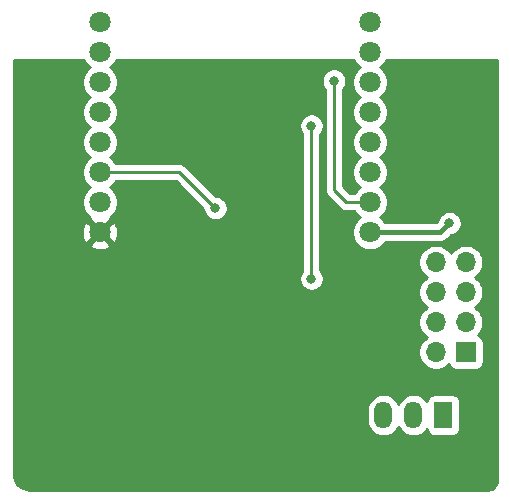
<source format=gbl>
G04 #@! TF.GenerationSoftware,KiCad,Pcbnew,(5.1.5-0-10_14)*
G04 #@! TF.CreationDate,2020-04-22T00:34:19+02:00*
G04 #@! TF.ProjectId,ithowifi,6974686f-7769-4666-992e-6b696361645f,rev?*
G04 #@! TF.SameCoordinates,Original*
G04 #@! TF.FileFunction,Copper,L2,Bot*
G04 #@! TF.FilePolarity,Positive*
%FSLAX46Y46*%
G04 Gerber Fmt 4.6, Leading zero omitted, Abs format (unit mm)*
G04 Created by KiCad (PCBNEW (5.1.5-0-10_14)) date 2020-04-22 00:34:19*
%MOMM*%
%LPD*%
G04 APERTURE LIST*
%ADD10O,1.500000X2.300000*%
%ADD11R,1.500000X2.300000*%
%ADD12C,1.800000*%
%ADD13R,1.700000X1.700000*%
%ADD14O,1.700000X1.700000*%
%ADD15C,0.800000*%
%ADD16C,0.254000*%
%ADD17C,0.406400*%
G04 APERTURE END LIST*
D10*
X115062000Y-143129000D03*
X117602000Y-143129000D03*
D11*
X120142000Y-143129000D03*
D12*
X91059000Y-109855000D03*
X91059000Y-112395000D03*
X91059000Y-114935000D03*
X91059000Y-117475000D03*
X91059000Y-120015000D03*
X91059000Y-122555000D03*
X91059000Y-125095000D03*
X91059000Y-127635000D03*
X113919000Y-127635000D03*
X113919000Y-125095000D03*
X113919000Y-122555000D03*
X113919000Y-120015000D03*
X113919000Y-117475000D03*
X113919000Y-114935000D03*
X113919000Y-112395000D03*
X113919000Y-109855000D03*
D13*
X122047000Y-137795000D03*
D14*
X119507000Y-137795000D03*
X122047000Y-135255000D03*
X119507000Y-135255000D03*
X122047000Y-132715000D03*
X119507000Y-132715000D03*
X122047000Y-130175000D03*
X119507000Y-130175000D03*
D15*
X110871000Y-114808000D03*
X120650000Y-126873000D03*
X123190000Y-118364000D03*
X118872000Y-118364000D03*
X98996500Y-131064000D03*
X99822000Y-114808000D03*
X100139500Y-146558000D03*
X100838000Y-125603000D03*
X108966000Y-131572000D03*
X108966000Y-118618000D03*
D16*
X110871000Y-124079000D02*
X110871000Y-114808000D01*
X111887000Y-125095000D02*
X110871000Y-124079000D01*
X113919000Y-125095000D02*
X111887000Y-125095000D01*
D17*
X119888000Y-127635000D02*
X120650000Y-126873000D01*
X113919000Y-127635000D02*
X119888000Y-127635000D01*
D16*
X97790000Y-122555000D02*
X100838000Y-125603000D01*
X91059000Y-122555000D02*
X97790000Y-122555000D01*
X108966000Y-131572000D02*
X108966000Y-118618000D01*
G36*
X89698701Y-113122095D02*
G01*
X89866688Y-113373505D01*
X90080495Y-113587312D01*
X90196763Y-113665000D01*
X90080495Y-113742688D01*
X89866688Y-113956495D01*
X89698701Y-114207905D01*
X89582989Y-114487257D01*
X89524000Y-114783816D01*
X89524000Y-115086184D01*
X89582989Y-115382743D01*
X89698701Y-115662095D01*
X89866688Y-115913505D01*
X90080495Y-116127312D01*
X90196763Y-116205000D01*
X90080495Y-116282688D01*
X89866688Y-116496495D01*
X89698701Y-116747905D01*
X89582989Y-117027257D01*
X89524000Y-117323816D01*
X89524000Y-117626184D01*
X89582989Y-117922743D01*
X89698701Y-118202095D01*
X89866688Y-118453505D01*
X90080495Y-118667312D01*
X90196763Y-118745000D01*
X90080495Y-118822688D01*
X89866688Y-119036495D01*
X89698701Y-119287905D01*
X89582989Y-119567257D01*
X89524000Y-119863816D01*
X89524000Y-120166184D01*
X89582989Y-120462743D01*
X89698701Y-120742095D01*
X89866688Y-120993505D01*
X90080495Y-121207312D01*
X90196763Y-121285000D01*
X90080495Y-121362688D01*
X89866688Y-121576495D01*
X89698701Y-121827905D01*
X89582989Y-122107257D01*
X89524000Y-122403816D01*
X89524000Y-122706184D01*
X89582989Y-123002743D01*
X89698701Y-123282095D01*
X89866688Y-123533505D01*
X90080495Y-123747312D01*
X90196763Y-123825000D01*
X90080495Y-123902688D01*
X89866688Y-124116495D01*
X89698701Y-124367905D01*
X89582989Y-124647257D01*
X89524000Y-124943816D01*
X89524000Y-125246184D01*
X89582989Y-125542743D01*
X89698701Y-125822095D01*
X89866688Y-126073505D01*
X90080495Y-126287312D01*
X90234105Y-126389951D01*
X90174525Y-126570920D01*
X91059000Y-127455395D01*
X91943475Y-126570920D01*
X91883895Y-126389951D01*
X92037505Y-126287312D01*
X92251312Y-126073505D01*
X92419299Y-125822095D01*
X92535011Y-125542743D01*
X92594000Y-125246184D01*
X92594000Y-124943816D01*
X92535011Y-124647257D01*
X92419299Y-124367905D01*
X92251312Y-124116495D01*
X92037505Y-123902688D01*
X91921237Y-123825000D01*
X92037505Y-123747312D01*
X92251312Y-123533505D01*
X92395976Y-123317000D01*
X97474370Y-123317000D01*
X99803000Y-125645631D01*
X99803000Y-125704939D01*
X99842774Y-125904898D01*
X99920795Y-126093256D01*
X100034063Y-126262774D01*
X100178226Y-126406937D01*
X100347744Y-126520205D01*
X100536102Y-126598226D01*
X100736061Y-126638000D01*
X100939939Y-126638000D01*
X101139898Y-126598226D01*
X101328256Y-126520205D01*
X101497774Y-126406937D01*
X101641937Y-126262774D01*
X101755205Y-126093256D01*
X101833226Y-125904898D01*
X101873000Y-125704939D01*
X101873000Y-125501061D01*
X101833226Y-125301102D01*
X101755205Y-125112744D01*
X101641937Y-124943226D01*
X101497774Y-124799063D01*
X101328256Y-124685795D01*
X101139898Y-124607774D01*
X100939939Y-124568000D01*
X100880631Y-124568000D01*
X98355284Y-122042654D01*
X98331422Y-122013578D01*
X98215392Y-121918355D01*
X98083015Y-121847598D01*
X97939378Y-121804026D01*
X97827426Y-121793000D01*
X97827423Y-121793000D01*
X97790000Y-121789314D01*
X97752577Y-121793000D01*
X92395976Y-121793000D01*
X92251312Y-121576495D01*
X92037505Y-121362688D01*
X91921237Y-121285000D01*
X92037505Y-121207312D01*
X92251312Y-120993505D01*
X92419299Y-120742095D01*
X92535011Y-120462743D01*
X92594000Y-120166184D01*
X92594000Y-119863816D01*
X92535011Y-119567257D01*
X92419299Y-119287905D01*
X92251312Y-119036495D01*
X92037505Y-118822688D01*
X91921237Y-118745000D01*
X92037505Y-118667312D01*
X92188756Y-118516061D01*
X107931000Y-118516061D01*
X107931000Y-118719939D01*
X107970774Y-118919898D01*
X108048795Y-119108256D01*
X108162063Y-119277774D01*
X108204001Y-119319712D01*
X108204000Y-130870289D01*
X108162063Y-130912226D01*
X108048795Y-131081744D01*
X107970774Y-131270102D01*
X107931000Y-131470061D01*
X107931000Y-131673939D01*
X107970774Y-131873898D01*
X108048795Y-132062256D01*
X108162063Y-132231774D01*
X108306226Y-132375937D01*
X108475744Y-132489205D01*
X108664102Y-132567226D01*
X108864061Y-132607000D01*
X109067939Y-132607000D01*
X109267898Y-132567226D01*
X109456256Y-132489205D01*
X109625774Y-132375937D01*
X109769937Y-132231774D01*
X109883205Y-132062256D01*
X109961226Y-131873898D01*
X110001000Y-131673939D01*
X110001000Y-131470061D01*
X109961226Y-131270102D01*
X109883205Y-131081744D01*
X109769937Y-130912226D01*
X109728000Y-130870289D01*
X109728000Y-130028740D01*
X118022000Y-130028740D01*
X118022000Y-130321260D01*
X118079068Y-130608158D01*
X118191010Y-130878411D01*
X118353525Y-131121632D01*
X118560368Y-131328475D01*
X118734760Y-131445000D01*
X118560368Y-131561525D01*
X118353525Y-131768368D01*
X118191010Y-132011589D01*
X118079068Y-132281842D01*
X118022000Y-132568740D01*
X118022000Y-132861260D01*
X118079068Y-133148158D01*
X118191010Y-133418411D01*
X118353525Y-133661632D01*
X118560368Y-133868475D01*
X118734760Y-133985000D01*
X118560368Y-134101525D01*
X118353525Y-134308368D01*
X118191010Y-134551589D01*
X118079068Y-134821842D01*
X118022000Y-135108740D01*
X118022000Y-135401260D01*
X118079068Y-135688158D01*
X118191010Y-135958411D01*
X118353525Y-136201632D01*
X118560368Y-136408475D01*
X118734760Y-136525000D01*
X118560368Y-136641525D01*
X118353525Y-136848368D01*
X118191010Y-137091589D01*
X118079068Y-137361842D01*
X118022000Y-137648740D01*
X118022000Y-137941260D01*
X118079068Y-138228158D01*
X118191010Y-138498411D01*
X118353525Y-138741632D01*
X118560368Y-138948475D01*
X118803589Y-139110990D01*
X119073842Y-139222932D01*
X119360740Y-139280000D01*
X119653260Y-139280000D01*
X119940158Y-139222932D01*
X120210411Y-139110990D01*
X120453632Y-138948475D01*
X120585487Y-138816620D01*
X120607498Y-138889180D01*
X120666463Y-138999494D01*
X120745815Y-139096185D01*
X120842506Y-139175537D01*
X120952820Y-139234502D01*
X121072518Y-139270812D01*
X121197000Y-139283072D01*
X122897000Y-139283072D01*
X123021482Y-139270812D01*
X123141180Y-139234502D01*
X123251494Y-139175537D01*
X123348185Y-139096185D01*
X123427537Y-138999494D01*
X123486502Y-138889180D01*
X123522812Y-138769482D01*
X123535072Y-138645000D01*
X123535072Y-136945000D01*
X123522812Y-136820518D01*
X123486502Y-136700820D01*
X123427537Y-136590506D01*
X123348185Y-136493815D01*
X123251494Y-136414463D01*
X123141180Y-136355498D01*
X123068620Y-136333487D01*
X123200475Y-136201632D01*
X123362990Y-135958411D01*
X123474932Y-135688158D01*
X123532000Y-135401260D01*
X123532000Y-135108740D01*
X123474932Y-134821842D01*
X123362990Y-134551589D01*
X123200475Y-134308368D01*
X122993632Y-134101525D01*
X122819240Y-133985000D01*
X122993632Y-133868475D01*
X123200475Y-133661632D01*
X123362990Y-133418411D01*
X123474932Y-133148158D01*
X123532000Y-132861260D01*
X123532000Y-132568740D01*
X123474932Y-132281842D01*
X123362990Y-132011589D01*
X123200475Y-131768368D01*
X122993632Y-131561525D01*
X122819240Y-131445000D01*
X122993632Y-131328475D01*
X123200475Y-131121632D01*
X123362990Y-130878411D01*
X123474932Y-130608158D01*
X123532000Y-130321260D01*
X123532000Y-130028740D01*
X123474932Y-129741842D01*
X123362990Y-129471589D01*
X123200475Y-129228368D01*
X122993632Y-129021525D01*
X122750411Y-128859010D01*
X122480158Y-128747068D01*
X122193260Y-128690000D01*
X121900740Y-128690000D01*
X121613842Y-128747068D01*
X121343589Y-128859010D01*
X121100368Y-129021525D01*
X120893525Y-129228368D01*
X120777000Y-129402760D01*
X120660475Y-129228368D01*
X120453632Y-129021525D01*
X120210411Y-128859010D01*
X119940158Y-128747068D01*
X119653260Y-128690000D01*
X119360740Y-128690000D01*
X119073842Y-128747068D01*
X118803589Y-128859010D01*
X118560368Y-129021525D01*
X118353525Y-129228368D01*
X118191010Y-129471589D01*
X118079068Y-129741842D01*
X118022000Y-130028740D01*
X109728000Y-130028740D01*
X109728000Y-119319711D01*
X109769937Y-119277774D01*
X109883205Y-119108256D01*
X109961226Y-118919898D01*
X110001000Y-118719939D01*
X110001000Y-118516061D01*
X109961226Y-118316102D01*
X109883205Y-118127744D01*
X109769937Y-117958226D01*
X109625774Y-117814063D01*
X109456256Y-117700795D01*
X109267898Y-117622774D01*
X109067939Y-117583000D01*
X108864061Y-117583000D01*
X108664102Y-117622774D01*
X108475744Y-117700795D01*
X108306226Y-117814063D01*
X108162063Y-117958226D01*
X108048795Y-118127744D01*
X107970774Y-118316102D01*
X107931000Y-118516061D01*
X92188756Y-118516061D01*
X92251312Y-118453505D01*
X92419299Y-118202095D01*
X92535011Y-117922743D01*
X92594000Y-117626184D01*
X92594000Y-117323816D01*
X92535011Y-117027257D01*
X92419299Y-116747905D01*
X92251312Y-116496495D01*
X92037505Y-116282688D01*
X91921237Y-116205000D01*
X92037505Y-116127312D01*
X92251312Y-115913505D01*
X92419299Y-115662095D01*
X92535011Y-115382743D01*
X92594000Y-115086184D01*
X92594000Y-114783816D01*
X92535011Y-114487257D01*
X92419299Y-114207905D01*
X92251312Y-113956495D01*
X92037505Y-113742688D01*
X91921237Y-113665000D01*
X92037505Y-113587312D01*
X92251312Y-113373505D01*
X92419299Y-113122095D01*
X92457446Y-113030000D01*
X112520554Y-113030000D01*
X112558701Y-113122095D01*
X112726688Y-113373505D01*
X112940495Y-113587312D01*
X113056763Y-113665000D01*
X112940495Y-113742688D01*
X112726688Y-113956495D01*
X112558701Y-114207905D01*
X112442989Y-114487257D01*
X112384000Y-114783816D01*
X112384000Y-115086184D01*
X112442989Y-115382743D01*
X112558701Y-115662095D01*
X112726688Y-115913505D01*
X112940495Y-116127312D01*
X113056763Y-116205000D01*
X112940495Y-116282688D01*
X112726688Y-116496495D01*
X112558701Y-116747905D01*
X112442989Y-117027257D01*
X112384000Y-117323816D01*
X112384000Y-117626184D01*
X112442989Y-117922743D01*
X112558701Y-118202095D01*
X112726688Y-118453505D01*
X112940495Y-118667312D01*
X113056763Y-118745000D01*
X112940495Y-118822688D01*
X112726688Y-119036495D01*
X112558701Y-119287905D01*
X112442989Y-119567257D01*
X112384000Y-119863816D01*
X112384000Y-120166184D01*
X112442989Y-120462743D01*
X112558701Y-120742095D01*
X112726688Y-120993505D01*
X112940495Y-121207312D01*
X113056763Y-121285000D01*
X112940495Y-121362688D01*
X112726688Y-121576495D01*
X112558701Y-121827905D01*
X112442989Y-122107257D01*
X112384000Y-122403816D01*
X112384000Y-122706184D01*
X112442989Y-123002743D01*
X112558701Y-123282095D01*
X112726688Y-123533505D01*
X112940495Y-123747312D01*
X113056763Y-123825000D01*
X112940495Y-123902688D01*
X112726688Y-124116495D01*
X112582024Y-124333000D01*
X112202631Y-124333000D01*
X111633000Y-123763370D01*
X111633000Y-115509711D01*
X111674937Y-115467774D01*
X111788205Y-115298256D01*
X111866226Y-115109898D01*
X111906000Y-114909939D01*
X111906000Y-114706061D01*
X111866226Y-114506102D01*
X111788205Y-114317744D01*
X111674937Y-114148226D01*
X111530774Y-114004063D01*
X111361256Y-113890795D01*
X111172898Y-113812774D01*
X110972939Y-113773000D01*
X110769061Y-113773000D01*
X110569102Y-113812774D01*
X110380744Y-113890795D01*
X110211226Y-114004063D01*
X110067063Y-114148226D01*
X109953795Y-114317744D01*
X109875774Y-114506102D01*
X109836000Y-114706061D01*
X109836000Y-114909939D01*
X109875774Y-115109898D01*
X109953795Y-115298256D01*
X110067063Y-115467774D01*
X110109001Y-115509712D01*
X110109000Y-124041577D01*
X110105314Y-124079000D01*
X110109000Y-124116423D01*
X110109000Y-124116425D01*
X110120026Y-124228377D01*
X110163598Y-124372014D01*
X110163599Y-124372015D01*
X110234355Y-124504392D01*
X110273983Y-124552678D01*
X110329578Y-124620422D01*
X110358654Y-124644284D01*
X111321721Y-125607351D01*
X111345578Y-125636422D01*
X111374648Y-125660279D01*
X111461607Y-125731645D01*
X111532364Y-125769465D01*
X111593985Y-125802402D01*
X111737622Y-125845974D01*
X111849574Y-125857000D01*
X111849577Y-125857000D01*
X111887000Y-125860686D01*
X111924423Y-125857000D01*
X112582024Y-125857000D01*
X112726688Y-126073505D01*
X112940495Y-126287312D01*
X113056763Y-126365000D01*
X112940495Y-126442688D01*
X112726688Y-126656495D01*
X112558701Y-126907905D01*
X112442989Y-127187257D01*
X112384000Y-127483816D01*
X112384000Y-127786184D01*
X112442989Y-128082743D01*
X112558701Y-128362095D01*
X112726688Y-128613505D01*
X112940495Y-128827312D01*
X113191905Y-128995299D01*
X113471257Y-129111011D01*
X113767816Y-129170000D01*
X114070184Y-129170000D01*
X114366743Y-129111011D01*
X114646095Y-128995299D01*
X114897505Y-128827312D01*
X115111312Y-128613505D01*
X115205061Y-128473200D01*
X119846837Y-128473200D01*
X119888000Y-128477254D01*
X119929163Y-128473200D01*
X119929170Y-128473200D01*
X120052316Y-128461071D01*
X120210317Y-128413142D01*
X120355932Y-128335309D01*
X120483564Y-128230564D01*
X120509811Y-128198583D01*
X120812425Y-127895969D01*
X120951898Y-127868226D01*
X121140256Y-127790205D01*
X121309774Y-127676937D01*
X121453937Y-127532774D01*
X121567205Y-127363256D01*
X121645226Y-127174898D01*
X121685000Y-126974939D01*
X121685000Y-126771061D01*
X121645226Y-126571102D01*
X121567205Y-126382744D01*
X121453937Y-126213226D01*
X121309774Y-126069063D01*
X121140256Y-125955795D01*
X120951898Y-125877774D01*
X120751939Y-125838000D01*
X120548061Y-125838000D01*
X120348102Y-125877774D01*
X120159744Y-125955795D01*
X119990226Y-126069063D01*
X119846063Y-126213226D01*
X119732795Y-126382744D01*
X119654774Y-126571102D01*
X119627031Y-126710575D01*
X119540807Y-126796800D01*
X115205061Y-126796800D01*
X115111312Y-126656495D01*
X114897505Y-126442688D01*
X114781237Y-126365000D01*
X114897505Y-126287312D01*
X115111312Y-126073505D01*
X115279299Y-125822095D01*
X115395011Y-125542743D01*
X115454000Y-125246184D01*
X115454000Y-124943816D01*
X115395011Y-124647257D01*
X115279299Y-124367905D01*
X115111312Y-124116495D01*
X114897505Y-123902688D01*
X114781237Y-123825000D01*
X114897505Y-123747312D01*
X115111312Y-123533505D01*
X115279299Y-123282095D01*
X115395011Y-123002743D01*
X115454000Y-122706184D01*
X115454000Y-122403816D01*
X115395011Y-122107257D01*
X115279299Y-121827905D01*
X115111312Y-121576495D01*
X114897505Y-121362688D01*
X114781237Y-121285000D01*
X114897505Y-121207312D01*
X115111312Y-120993505D01*
X115279299Y-120742095D01*
X115395011Y-120462743D01*
X115454000Y-120166184D01*
X115454000Y-119863816D01*
X115395011Y-119567257D01*
X115279299Y-119287905D01*
X115111312Y-119036495D01*
X114897505Y-118822688D01*
X114781237Y-118745000D01*
X114897505Y-118667312D01*
X115111312Y-118453505D01*
X115279299Y-118202095D01*
X115395011Y-117922743D01*
X115454000Y-117626184D01*
X115454000Y-117323816D01*
X115395011Y-117027257D01*
X115279299Y-116747905D01*
X115111312Y-116496495D01*
X114897505Y-116282688D01*
X114781237Y-116205000D01*
X114897505Y-116127312D01*
X115111312Y-115913505D01*
X115279299Y-115662095D01*
X115395011Y-115382743D01*
X115454000Y-115086184D01*
X115454000Y-114783816D01*
X115395011Y-114487257D01*
X115279299Y-114207905D01*
X115111312Y-113956495D01*
X114897505Y-113742688D01*
X114781237Y-113665000D01*
X114897505Y-113587312D01*
X115111312Y-113373505D01*
X115279299Y-113122095D01*
X115317446Y-113030000D01*
X124654000Y-113030000D01*
X124654001Y-148682998D01*
X124637361Y-148852707D01*
X124597951Y-148983238D01*
X124533933Y-149103638D01*
X124447753Y-149209305D01*
X124342690Y-149296221D01*
X124222743Y-149361076D01*
X124092488Y-149401397D01*
X123925005Y-149419000D01*
X85123991Y-149419000D01*
X84830954Y-149390268D01*
X84581782Y-149315038D01*
X84351959Y-149192840D01*
X84150254Y-149028333D01*
X83984339Y-148827776D01*
X83860542Y-148598819D01*
X83783573Y-148350170D01*
X83753000Y-148059286D01*
X83753000Y-142660963D01*
X113677000Y-142660963D01*
X113677000Y-143597036D01*
X113697040Y-143800506D01*
X113776236Y-144061580D01*
X113904843Y-144302187D01*
X114077919Y-144513080D01*
X114288812Y-144686157D01*
X114529419Y-144814764D01*
X114790493Y-144893960D01*
X115062000Y-144920701D01*
X115333506Y-144893960D01*
X115594580Y-144814764D01*
X115835187Y-144686157D01*
X116046080Y-144513081D01*
X116219157Y-144302188D01*
X116332000Y-144091073D01*
X116444843Y-144302187D01*
X116617919Y-144513080D01*
X116828812Y-144686157D01*
X117069419Y-144814764D01*
X117330493Y-144893960D01*
X117602000Y-144920701D01*
X117873506Y-144893960D01*
X118134580Y-144814764D01*
X118375187Y-144686157D01*
X118586080Y-144513081D01*
X118756527Y-144305392D01*
X118766188Y-144403482D01*
X118802498Y-144523180D01*
X118861463Y-144633494D01*
X118940815Y-144730185D01*
X119037506Y-144809537D01*
X119147820Y-144868502D01*
X119267518Y-144904812D01*
X119392000Y-144917072D01*
X120892000Y-144917072D01*
X121016482Y-144904812D01*
X121136180Y-144868502D01*
X121246494Y-144809537D01*
X121343185Y-144730185D01*
X121422537Y-144633494D01*
X121481502Y-144523180D01*
X121517812Y-144403482D01*
X121530072Y-144279000D01*
X121530072Y-141979000D01*
X121517812Y-141854518D01*
X121481502Y-141734820D01*
X121422537Y-141624506D01*
X121343185Y-141527815D01*
X121246494Y-141448463D01*
X121136180Y-141389498D01*
X121016482Y-141353188D01*
X120892000Y-141340928D01*
X119392000Y-141340928D01*
X119267518Y-141353188D01*
X119147820Y-141389498D01*
X119037506Y-141448463D01*
X118940815Y-141527815D01*
X118861463Y-141624506D01*
X118802498Y-141734820D01*
X118766188Y-141854518D01*
X118756527Y-141952608D01*
X118586081Y-141744919D01*
X118375188Y-141571843D01*
X118134581Y-141443236D01*
X117873507Y-141364040D01*
X117602000Y-141337299D01*
X117330494Y-141364040D01*
X117069420Y-141443236D01*
X116828813Y-141571843D01*
X116617920Y-141744919D01*
X116444843Y-141955812D01*
X116332000Y-142166927D01*
X116219157Y-141955812D01*
X116046081Y-141744919D01*
X115835188Y-141571843D01*
X115594581Y-141443236D01*
X115333507Y-141364040D01*
X115062000Y-141337299D01*
X114790494Y-141364040D01*
X114529420Y-141443236D01*
X114288813Y-141571843D01*
X114077920Y-141744919D01*
X113904843Y-141955812D01*
X113776236Y-142196419D01*
X113697040Y-142457493D01*
X113677000Y-142660963D01*
X83753000Y-142660963D01*
X83753000Y-128699080D01*
X90174525Y-128699080D01*
X90258208Y-128953261D01*
X90530775Y-129084158D01*
X90823642Y-129159365D01*
X91125553Y-129175991D01*
X91424907Y-129133397D01*
X91710199Y-129033222D01*
X91859792Y-128953261D01*
X91943475Y-128699080D01*
X91059000Y-127814605D01*
X90174525Y-128699080D01*
X83753000Y-128699080D01*
X83753000Y-127701553D01*
X89518009Y-127701553D01*
X89560603Y-128000907D01*
X89660778Y-128286199D01*
X89740739Y-128435792D01*
X89994920Y-128519475D01*
X90879395Y-127635000D01*
X91238605Y-127635000D01*
X92123080Y-128519475D01*
X92377261Y-128435792D01*
X92508158Y-128163225D01*
X92583365Y-127870358D01*
X92599991Y-127568447D01*
X92557397Y-127269093D01*
X92457222Y-126983801D01*
X92377261Y-126834208D01*
X92123080Y-126750525D01*
X91238605Y-127635000D01*
X90879395Y-127635000D01*
X89994920Y-126750525D01*
X89740739Y-126834208D01*
X89609842Y-127106775D01*
X89534635Y-127399642D01*
X89518009Y-127701553D01*
X83753000Y-127701553D01*
X83753000Y-113030000D01*
X89660554Y-113030000D01*
X89698701Y-113122095D01*
G37*
X89698701Y-113122095D02*
X89866688Y-113373505D01*
X90080495Y-113587312D01*
X90196763Y-113665000D01*
X90080495Y-113742688D01*
X89866688Y-113956495D01*
X89698701Y-114207905D01*
X89582989Y-114487257D01*
X89524000Y-114783816D01*
X89524000Y-115086184D01*
X89582989Y-115382743D01*
X89698701Y-115662095D01*
X89866688Y-115913505D01*
X90080495Y-116127312D01*
X90196763Y-116205000D01*
X90080495Y-116282688D01*
X89866688Y-116496495D01*
X89698701Y-116747905D01*
X89582989Y-117027257D01*
X89524000Y-117323816D01*
X89524000Y-117626184D01*
X89582989Y-117922743D01*
X89698701Y-118202095D01*
X89866688Y-118453505D01*
X90080495Y-118667312D01*
X90196763Y-118745000D01*
X90080495Y-118822688D01*
X89866688Y-119036495D01*
X89698701Y-119287905D01*
X89582989Y-119567257D01*
X89524000Y-119863816D01*
X89524000Y-120166184D01*
X89582989Y-120462743D01*
X89698701Y-120742095D01*
X89866688Y-120993505D01*
X90080495Y-121207312D01*
X90196763Y-121285000D01*
X90080495Y-121362688D01*
X89866688Y-121576495D01*
X89698701Y-121827905D01*
X89582989Y-122107257D01*
X89524000Y-122403816D01*
X89524000Y-122706184D01*
X89582989Y-123002743D01*
X89698701Y-123282095D01*
X89866688Y-123533505D01*
X90080495Y-123747312D01*
X90196763Y-123825000D01*
X90080495Y-123902688D01*
X89866688Y-124116495D01*
X89698701Y-124367905D01*
X89582989Y-124647257D01*
X89524000Y-124943816D01*
X89524000Y-125246184D01*
X89582989Y-125542743D01*
X89698701Y-125822095D01*
X89866688Y-126073505D01*
X90080495Y-126287312D01*
X90234105Y-126389951D01*
X90174525Y-126570920D01*
X91059000Y-127455395D01*
X91943475Y-126570920D01*
X91883895Y-126389951D01*
X92037505Y-126287312D01*
X92251312Y-126073505D01*
X92419299Y-125822095D01*
X92535011Y-125542743D01*
X92594000Y-125246184D01*
X92594000Y-124943816D01*
X92535011Y-124647257D01*
X92419299Y-124367905D01*
X92251312Y-124116495D01*
X92037505Y-123902688D01*
X91921237Y-123825000D01*
X92037505Y-123747312D01*
X92251312Y-123533505D01*
X92395976Y-123317000D01*
X97474370Y-123317000D01*
X99803000Y-125645631D01*
X99803000Y-125704939D01*
X99842774Y-125904898D01*
X99920795Y-126093256D01*
X100034063Y-126262774D01*
X100178226Y-126406937D01*
X100347744Y-126520205D01*
X100536102Y-126598226D01*
X100736061Y-126638000D01*
X100939939Y-126638000D01*
X101139898Y-126598226D01*
X101328256Y-126520205D01*
X101497774Y-126406937D01*
X101641937Y-126262774D01*
X101755205Y-126093256D01*
X101833226Y-125904898D01*
X101873000Y-125704939D01*
X101873000Y-125501061D01*
X101833226Y-125301102D01*
X101755205Y-125112744D01*
X101641937Y-124943226D01*
X101497774Y-124799063D01*
X101328256Y-124685795D01*
X101139898Y-124607774D01*
X100939939Y-124568000D01*
X100880631Y-124568000D01*
X98355284Y-122042654D01*
X98331422Y-122013578D01*
X98215392Y-121918355D01*
X98083015Y-121847598D01*
X97939378Y-121804026D01*
X97827426Y-121793000D01*
X97827423Y-121793000D01*
X97790000Y-121789314D01*
X97752577Y-121793000D01*
X92395976Y-121793000D01*
X92251312Y-121576495D01*
X92037505Y-121362688D01*
X91921237Y-121285000D01*
X92037505Y-121207312D01*
X92251312Y-120993505D01*
X92419299Y-120742095D01*
X92535011Y-120462743D01*
X92594000Y-120166184D01*
X92594000Y-119863816D01*
X92535011Y-119567257D01*
X92419299Y-119287905D01*
X92251312Y-119036495D01*
X92037505Y-118822688D01*
X91921237Y-118745000D01*
X92037505Y-118667312D01*
X92188756Y-118516061D01*
X107931000Y-118516061D01*
X107931000Y-118719939D01*
X107970774Y-118919898D01*
X108048795Y-119108256D01*
X108162063Y-119277774D01*
X108204001Y-119319712D01*
X108204000Y-130870289D01*
X108162063Y-130912226D01*
X108048795Y-131081744D01*
X107970774Y-131270102D01*
X107931000Y-131470061D01*
X107931000Y-131673939D01*
X107970774Y-131873898D01*
X108048795Y-132062256D01*
X108162063Y-132231774D01*
X108306226Y-132375937D01*
X108475744Y-132489205D01*
X108664102Y-132567226D01*
X108864061Y-132607000D01*
X109067939Y-132607000D01*
X109267898Y-132567226D01*
X109456256Y-132489205D01*
X109625774Y-132375937D01*
X109769937Y-132231774D01*
X109883205Y-132062256D01*
X109961226Y-131873898D01*
X110001000Y-131673939D01*
X110001000Y-131470061D01*
X109961226Y-131270102D01*
X109883205Y-131081744D01*
X109769937Y-130912226D01*
X109728000Y-130870289D01*
X109728000Y-130028740D01*
X118022000Y-130028740D01*
X118022000Y-130321260D01*
X118079068Y-130608158D01*
X118191010Y-130878411D01*
X118353525Y-131121632D01*
X118560368Y-131328475D01*
X118734760Y-131445000D01*
X118560368Y-131561525D01*
X118353525Y-131768368D01*
X118191010Y-132011589D01*
X118079068Y-132281842D01*
X118022000Y-132568740D01*
X118022000Y-132861260D01*
X118079068Y-133148158D01*
X118191010Y-133418411D01*
X118353525Y-133661632D01*
X118560368Y-133868475D01*
X118734760Y-133985000D01*
X118560368Y-134101525D01*
X118353525Y-134308368D01*
X118191010Y-134551589D01*
X118079068Y-134821842D01*
X118022000Y-135108740D01*
X118022000Y-135401260D01*
X118079068Y-135688158D01*
X118191010Y-135958411D01*
X118353525Y-136201632D01*
X118560368Y-136408475D01*
X118734760Y-136525000D01*
X118560368Y-136641525D01*
X118353525Y-136848368D01*
X118191010Y-137091589D01*
X118079068Y-137361842D01*
X118022000Y-137648740D01*
X118022000Y-137941260D01*
X118079068Y-138228158D01*
X118191010Y-138498411D01*
X118353525Y-138741632D01*
X118560368Y-138948475D01*
X118803589Y-139110990D01*
X119073842Y-139222932D01*
X119360740Y-139280000D01*
X119653260Y-139280000D01*
X119940158Y-139222932D01*
X120210411Y-139110990D01*
X120453632Y-138948475D01*
X120585487Y-138816620D01*
X120607498Y-138889180D01*
X120666463Y-138999494D01*
X120745815Y-139096185D01*
X120842506Y-139175537D01*
X120952820Y-139234502D01*
X121072518Y-139270812D01*
X121197000Y-139283072D01*
X122897000Y-139283072D01*
X123021482Y-139270812D01*
X123141180Y-139234502D01*
X123251494Y-139175537D01*
X123348185Y-139096185D01*
X123427537Y-138999494D01*
X123486502Y-138889180D01*
X123522812Y-138769482D01*
X123535072Y-138645000D01*
X123535072Y-136945000D01*
X123522812Y-136820518D01*
X123486502Y-136700820D01*
X123427537Y-136590506D01*
X123348185Y-136493815D01*
X123251494Y-136414463D01*
X123141180Y-136355498D01*
X123068620Y-136333487D01*
X123200475Y-136201632D01*
X123362990Y-135958411D01*
X123474932Y-135688158D01*
X123532000Y-135401260D01*
X123532000Y-135108740D01*
X123474932Y-134821842D01*
X123362990Y-134551589D01*
X123200475Y-134308368D01*
X122993632Y-134101525D01*
X122819240Y-133985000D01*
X122993632Y-133868475D01*
X123200475Y-133661632D01*
X123362990Y-133418411D01*
X123474932Y-133148158D01*
X123532000Y-132861260D01*
X123532000Y-132568740D01*
X123474932Y-132281842D01*
X123362990Y-132011589D01*
X123200475Y-131768368D01*
X122993632Y-131561525D01*
X122819240Y-131445000D01*
X122993632Y-131328475D01*
X123200475Y-131121632D01*
X123362990Y-130878411D01*
X123474932Y-130608158D01*
X123532000Y-130321260D01*
X123532000Y-130028740D01*
X123474932Y-129741842D01*
X123362990Y-129471589D01*
X123200475Y-129228368D01*
X122993632Y-129021525D01*
X122750411Y-128859010D01*
X122480158Y-128747068D01*
X122193260Y-128690000D01*
X121900740Y-128690000D01*
X121613842Y-128747068D01*
X121343589Y-128859010D01*
X121100368Y-129021525D01*
X120893525Y-129228368D01*
X120777000Y-129402760D01*
X120660475Y-129228368D01*
X120453632Y-129021525D01*
X120210411Y-128859010D01*
X119940158Y-128747068D01*
X119653260Y-128690000D01*
X119360740Y-128690000D01*
X119073842Y-128747068D01*
X118803589Y-128859010D01*
X118560368Y-129021525D01*
X118353525Y-129228368D01*
X118191010Y-129471589D01*
X118079068Y-129741842D01*
X118022000Y-130028740D01*
X109728000Y-130028740D01*
X109728000Y-119319711D01*
X109769937Y-119277774D01*
X109883205Y-119108256D01*
X109961226Y-118919898D01*
X110001000Y-118719939D01*
X110001000Y-118516061D01*
X109961226Y-118316102D01*
X109883205Y-118127744D01*
X109769937Y-117958226D01*
X109625774Y-117814063D01*
X109456256Y-117700795D01*
X109267898Y-117622774D01*
X109067939Y-117583000D01*
X108864061Y-117583000D01*
X108664102Y-117622774D01*
X108475744Y-117700795D01*
X108306226Y-117814063D01*
X108162063Y-117958226D01*
X108048795Y-118127744D01*
X107970774Y-118316102D01*
X107931000Y-118516061D01*
X92188756Y-118516061D01*
X92251312Y-118453505D01*
X92419299Y-118202095D01*
X92535011Y-117922743D01*
X92594000Y-117626184D01*
X92594000Y-117323816D01*
X92535011Y-117027257D01*
X92419299Y-116747905D01*
X92251312Y-116496495D01*
X92037505Y-116282688D01*
X91921237Y-116205000D01*
X92037505Y-116127312D01*
X92251312Y-115913505D01*
X92419299Y-115662095D01*
X92535011Y-115382743D01*
X92594000Y-115086184D01*
X92594000Y-114783816D01*
X92535011Y-114487257D01*
X92419299Y-114207905D01*
X92251312Y-113956495D01*
X92037505Y-113742688D01*
X91921237Y-113665000D01*
X92037505Y-113587312D01*
X92251312Y-113373505D01*
X92419299Y-113122095D01*
X92457446Y-113030000D01*
X112520554Y-113030000D01*
X112558701Y-113122095D01*
X112726688Y-113373505D01*
X112940495Y-113587312D01*
X113056763Y-113665000D01*
X112940495Y-113742688D01*
X112726688Y-113956495D01*
X112558701Y-114207905D01*
X112442989Y-114487257D01*
X112384000Y-114783816D01*
X112384000Y-115086184D01*
X112442989Y-115382743D01*
X112558701Y-115662095D01*
X112726688Y-115913505D01*
X112940495Y-116127312D01*
X113056763Y-116205000D01*
X112940495Y-116282688D01*
X112726688Y-116496495D01*
X112558701Y-116747905D01*
X112442989Y-117027257D01*
X112384000Y-117323816D01*
X112384000Y-117626184D01*
X112442989Y-117922743D01*
X112558701Y-118202095D01*
X112726688Y-118453505D01*
X112940495Y-118667312D01*
X113056763Y-118745000D01*
X112940495Y-118822688D01*
X112726688Y-119036495D01*
X112558701Y-119287905D01*
X112442989Y-119567257D01*
X112384000Y-119863816D01*
X112384000Y-120166184D01*
X112442989Y-120462743D01*
X112558701Y-120742095D01*
X112726688Y-120993505D01*
X112940495Y-121207312D01*
X113056763Y-121285000D01*
X112940495Y-121362688D01*
X112726688Y-121576495D01*
X112558701Y-121827905D01*
X112442989Y-122107257D01*
X112384000Y-122403816D01*
X112384000Y-122706184D01*
X112442989Y-123002743D01*
X112558701Y-123282095D01*
X112726688Y-123533505D01*
X112940495Y-123747312D01*
X113056763Y-123825000D01*
X112940495Y-123902688D01*
X112726688Y-124116495D01*
X112582024Y-124333000D01*
X112202631Y-124333000D01*
X111633000Y-123763370D01*
X111633000Y-115509711D01*
X111674937Y-115467774D01*
X111788205Y-115298256D01*
X111866226Y-115109898D01*
X111906000Y-114909939D01*
X111906000Y-114706061D01*
X111866226Y-114506102D01*
X111788205Y-114317744D01*
X111674937Y-114148226D01*
X111530774Y-114004063D01*
X111361256Y-113890795D01*
X111172898Y-113812774D01*
X110972939Y-113773000D01*
X110769061Y-113773000D01*
X110569102Y-113812774D01*
X110380744Y-113890795D01*
X110211226Y-114004063D01*
X110067063Y-114148226D01*
X109953795Y-114317744D01*
X109875774Y-114506102D01*
X109836000Y-114706061D01*
X109836000Y-114909939D01*
X109875774Y-115109898D01*
X109953795Y-115298256D01*
X110067063Y-115467774D01*
X110109001Y-115509712D01*
X110109000Y-124041577D01*
X110105314Y-124079000D01*
X110109000Y-124116423D01*
X110109000Y-124116425D01*
X110120026Y-124228377D01*
X110163598Y-124372014D01*
X110163599Y-124372015D01*
X110234355Y-124504392D01*
X110273983Y-124552678D01*
X110329578Y-124620422D01*
X110358654Y-124644284D01*
X111321721Y-125607351D01*
X111345578Y-125636422D01*
X111374648Y-125660279D01*
X111461607Y-125731645D01*
X111532364Y-125769465D01*
X111593985Y-125802402D01*
X111737622Y-125845974D01*
X111849574Y-125857000D01*
X111849577Y-125857000D01*
X111887000Y-125860686D01*
X111924423Y-125857000D01*
X112582024Y-125857000D01*
X112726688Y-126073505D01*
X112940495Y-126287312D01*
X113056763Y-126365000D01*
X112940495Y-126442688D01*
X112726688Y-126656495D01*
X112558701Y-126907905D01*
X112442989Y-127187257D01*
X112384000Y-127483816D01*
X112384000Y-127786184D01*
X112442989Y-128082743D01*
X112558701Y-128362095D01*
X112726688Y-128613505D01*
X112940495Y-128827312D01*
X113191905Y-128995299D01*
X113471257Y-129111011D01*
X113767816Y-129170000D01*
X114070184Y-129170000D01*
X114366743Y-129111011D01*
X114646095Y-128995299D01*
X114897505Y-128827312D01*
X115111312Y-128613505D01*
X115205061Y-128473200D01*
X119846837Y-128473200D01*
X119888000Y-128477254D01*
X119929163Y-128473200D01*
X119929170Y-128473200D01*
X120052316Y-128461071D01*
X120210317Y-128413142D01*
X120355932Y-128335309D01*
X120483564Y-128230564D01*
X120509811Y-128198583D01*
X120812425Y-127895969D01*
X120951898Y-127868226D01*
X121140256Y-127790205D01*
X121309774Y-127676937D01*
X121453937Y-127532774D01*
X121567205Y-127363256D01*
X121645226Y-127174898D01*
X121685000Y-126974939D01*
X121685000Y-126771061D01*
X121645226Y-126571102D01*
X121567205Y-126382744D01*
X121453937Y-126213226D01*
X121309774Y-126069063D01*
X121140256Y-125955795D01*
X120951898Y-125877774D01*
X120751939Y-125838000D01*
X120548061Y-125838000D01*
X120348102Y-125877774D01*
X120159744Y-125955795D01*
X119990226Y-126069063D01*
X119846063Y-126213226D01*
X119732795Y-126382744D01*
X119654774Y-126571102D01*
X119627031Y-126710575D01*
X119540807Y-126796800D01*
X115205061Y-126796800D01*
X115111312Y-126656495D01*
X114897505Y-126442688D01*
X114781237Y-126365000D01*
X114897505Y-126287312D01*
X115111312Y-126073505D01*
X115279299Y-125822095D01*
X115395011Y-125542743D01*
X115454000Y-125246184D01*
X115454000Y-124943816D01*
X115395011Y-124647257D01*
X115279299Y-124367905D01*
X115111312Y-124116495D01*
X114897505Y-123902688D01*
X114781237Y-123825000D01*
X114897505Y-123747312D01*
X115111312Y-123533505D01*
X115279299Y-123282095D01*
X115395011Y-123002743D01*
X115454000Y-122706184D01*
X115454000Y-122403816D01*
X115395011Y-122107257D01*
X115279299Y-121827905D01*
X115111312Y-121576495D01*
X114897505Y-121362688D01*
X114781237Y-121285000D01*
X114897505Y-121207312D01*
X115111312Y-120993505D01*
X115279299Y-120742095D01*
X115395011Y-120462743D01*
X115454000Y-120166184D01*
X115454000Y-119863816D01*
X115395011Y-119567257D01*
X115279299Y-119287905D01*
X115111312Y-119036495D01*
X114897505Y-118822688D01*
X114781237Y-118745000D01*
X114897505Y-118667312D01*
X115111312Y-118453505D01*
X115279299Y-118202095D01*
X115395011Y-117922743D01*
X115454000Y-117626184D01*
X115454000Y-117323816D01*
X115395011Y-117027257D01*
X115279299Y-116747905D01*
X115111312Y-116496495D01*
X114897505Y-116282688D01*
X114781237Y-116205000D01*
X114897505Y-116127312D01*
X115111312Y-115913505D01*
X115279299Y-115662095D01*
X115395011Y-115382743D01*
X115454000Y-115086184D01*
X115454000Y-114783816D01*
X115395011Y-114487257D01*
X115279299Y-114207905D01*
X115111312Y-113956495D01*
X114897505Y-113742688D01*
X114781237Y-113665000D01*
X114897505Y-113587312D01*
X115111312Y-113373505D01*
X115279299Y-113122095D01*
X115317446Y-113030000D01*
X124654000Y-113030000D01*
X124654001Y-148682998D01*
X124637361Y-148852707D01*
X124597951Y-148983238D01*
X124533933Y-149103638D01*
X124447753Y-149209305D01*
X124342690Y-149296221D01*
X124222743Y-149361076D01*
X124092488Y-149401397D01*
X123925005Y-149419000D01*
X85123991Y-149419000D01*
X84830954Y-149390268D01*
X84581782Y-149315038D01*
X84351959Y-149192840D01*
X84150254Y-149028333D01*
X83984339Y-148827776D01*
X83860542Y-148598819D01*
X83783573Y-148350170D01*
X83753000Y-148059286D01*
X83753000Y-142660963D01*
X113677000Y-142660963D01*
X113677000Y-143597036D01*
X113697040Y-143800506D01*
X113776236Y-144061580D01*
X113904843Y-144302187D01*
X114077919Y-144513080D01*
X114288812Y-144686157D01*
X114529419Y-144814764D01*
X114790493Y-144893960D01*
X115062000Y-144920701D01*
X115333506Y-144893960D01*
X115594580Y-144814764D01*
X115835187Y-144686157D01*
X116046080Y-144513081D01*
X116219157Y-144302188D01*
X116332000Y-144091073D01*
X116444843Y-144302187D01*
X116617919Y-144513080D01*
X116828812Y-144686157D01*
X117069419Y-144814764D01*
X117330493Y-144893960D01*
X117602000Y-144920701D01*
X117873506Y-144893960D01*
X118134580Y-144814764D01*
X118375187Y-144686157D01*
X118586080Y-144513081D01*
X118756527Y-144305392D01*
X118766188Y-144403482D01*
X118802498Y-144523180D01*
X118861463Y-144633494D01*
X118940815Y-144730185D01*
X119037506Y-144809537D01*
X119147820Y-144868502D01*
X119267518Y-144904812D01*
X119392000Y-144917072D01*
X120892000Y-144917072D01*
X121016482Y-144904812D01*
X121136180Y-144868502D01*
X121246494Y-144809537D01*
X121343185Y-144730185D01*
X121422537Y-144633494D01*
X121481502Y-144523180D01*
X121517812Y-144403482D01*
X121530072Y-144279000D01*
X121530072Y-141979000D01*
X121517812Y-141854518D01*
X121481502Y-141734820D01*
X121422537Y-141624506D01*
X121343185Y-141527815D01*
X121246494Y-141448463D01*
X121136180Y-141389498D01*
X121016482Y-141353188D01*
X120892000Y-141340928D01*
X119392000Y-141340928D01*
X119267518Y-141353188D01*
X119147820Y-141389498D01*
X119037506Y-141448463D01*
X118940815Y-141527815D01*
X118861463Y-141624506D01*
X118802498Y-141734820D01*
X118766188Y-141854518D01*
X118756527Y-141952608D01*
X118586081Y-141744919D01*
X118375188Y-141571843D01*
X118134581Y-141443236D01*
X117873507Y-141364040D01*
X117602000Y-141337299D01*
X117330494Y-141364040D01*
X117069420Y-141443236D01*
X116828813Y-141571843D01*
X116617920Y-141744919D01*
X116444843Y-141955812D01*
X116332000Y-142166927D01*
X116219157Y-141955812D01*
X116046081Y-141744919D01*
X115835188Y-141571843D01*
X115594581Y-141443236D01*
X115333507Y-141364040D01*
X115062000Y-141337299D01*
X114790494Y-141364040D01*
X114529420Y-141443236D01*
X114288813Y-141571843D01*
X114077920Y-141744919D01*
X113904843Y-141955812D01*
X113776236Y-142196419D01*
X113697040Y-142457493D01*
X113677000Y-142660963D01*
X83753000Y-142660963D01*
X83753000Y-128699080D01*
X90174525Y-128699080D01*
X90258208Y-128953261D01*
X90530775Y-129084158D01*
X90823642Y-129159365D01*
X91125553Y-129175991D01*
X91424907Y-129133397D01*
X91710199Y-129033222D01*
X91859792Y-128953261D01*
X91943475Y-128699080D01*
X91059000Y-127814605D01*
X90174525Y-128699080D01*
X83753000Y-128699080D01*
X83753000Y-127701553D01*
X89518009Y-127701553D01*
X89560603Y-128000907D01*
X89660778Y-128286199D01*
X89740739Y-128435792D01*
X89994920Y-128519475D01*
X90879395Y-127635000D01*
X91238605Y-127635000D01*
X92123080Y-128519475D01*
X92377261Y-128435792D01*
X92508158Y-128163225D01*
X92583365Y-127870358D01*
X92599991Y-127568447D01*
X92557397Y-127269093D01*
X92457222Y-126983801D01*
X92377261Y-126834208D01*
X92123080Y-126750525D01*
X91238605Y-127635000D01*
X90879395Y-127635000D01*
X89994920Y-126750525D01*
X89740739Y-126834208D01*
X89609842Y-127106775D01*
X89534635Y-127399642D01*
X89518009Y-127701553D01*
X83753000Y-127701553D01*
X83753000Y-113030000D01*
X89660554Y-113030000D01*
X89698701Y-113122095D01*
M02*

</source>
